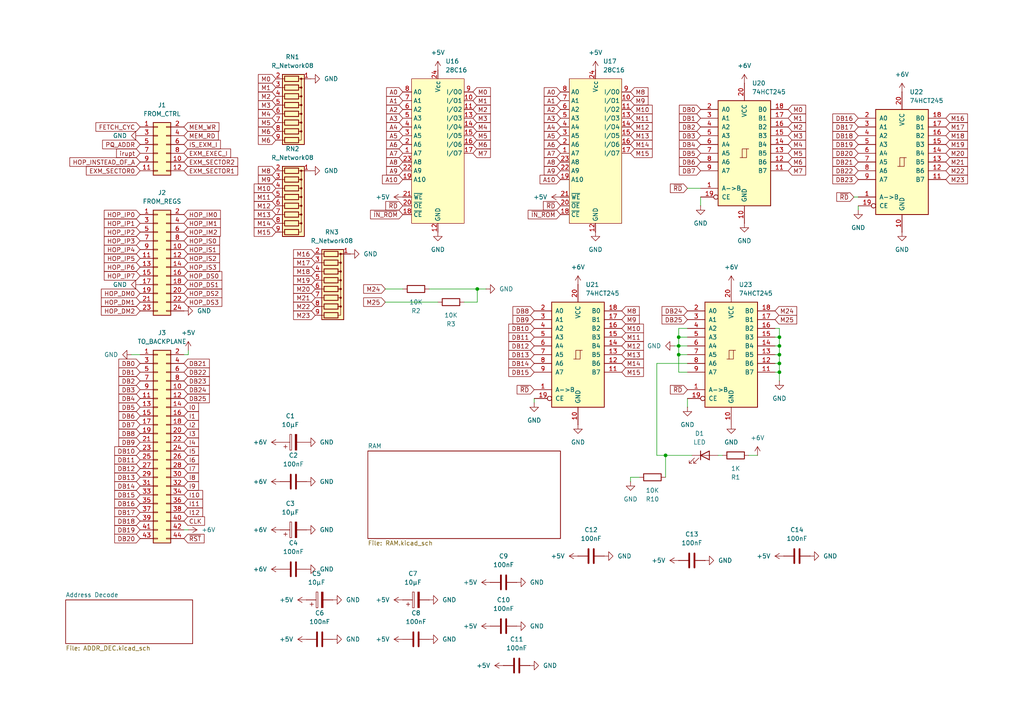
<source format=kicad_sch>
(kicad_sch (version 20250114) (generator "eeschema") (generator_version "9.0")
  (paper "A4")
  (junction (at 196.85 97.79))
  (junction (at 226.06 107.95))
  (junction (at 196.85 100.33))
  (junction (at 196.85 102.87))
  (junction (at 226.06 102.87))
  (junction (at 226.06 97.79))
  (junction (at 138.43 83.82))
  (junction (at 226.06 100.33))
  (junction (at 226.06 105.41))
  (junction (at 193.04 132.08))
  (wire (pts (xy 199.39 115.57) (xy 199.39 118.11)))
  (wire (pts (xy 224.79 97.79) (xy 226.06 97.79)))
  (wire (pts (xy 224.79 102.87) (xy 226.06 102.87)))
  (wire (pts (xy 182.88 139.7) (xy 182.88 138.43)))
  (wire (pts (xy 226.06 100.33) (xy 226.06 102.87)))
  (wire (pts (xy 124.46 83.82) (xy 138.43 83.82)))
  (wire (pts (xy 199.39 107.95) (xy 196.85 107.95)))
  (wire (pts (xy 190.5 105.41) (xy 190.5 132.08)))
  (wire (pts (xy 154.94 115.57) (xy 154.94 116.84)))
  (wire (pts (xy 138.43 83.82) (xy 140.97 83.82)))
  (wire (pts (xy 196.85 97.79) (xy 199.39 97.79)))
  (wire (pts (xy 196.85 102.87) (xy 196.85 100.33)))
  (wire (pts (xy 247.65 57.15) (xy 248.92 57.15)))
  (wire (pts (xy 248.92 59.69) (xy 248.92 60.96)))
  (wire (pts (xy 226.06 97.79) (xy 226.06 100.33)))
  (wire (pts (xy 196.85 100.33) (xy 195.58 100.33)))
  (wire (pts (xy 193.04 132.08) (xy 193.04 138.43)))
  (wire (pts (xy 199.39 95.25) (xy 196.85 95.25)))
  (wire (pts (xy 193.04 132.08) (xy 200.66 132.08)))
  (wire (pts (xy 199.39 105.41) (xy 190.5 105.41)))
  (wire (pts (xy 196.85 95.25) (xy 196.85 97.79)))
  (wire (pts (xy 224.79 107.95) (xy 226.06 107.95)))
  (wire (pts (xy 199.39 102.87) (xy 196.85 102.87)))
  (wire (pts (xy 209.55 132.08) (xy 208.28 132.08)))
  (wire (pts (xy 182.88 138.43) (xy 185.42 138.43)))
  (wire (pts (xy 226.06 102.87) (xy 226.06 105.41)))
  (wire (pts (xy 224.79 95.25) (xy 226.06 95.25)))
  (wire (pts (xy 196.85 107.95) (xy 196.85 102.87)))
  (wire (pts (xy 217.17 132.08) (xy 219.71 132.08)))
  (wire (pts (xy 203.2 57.15) (xy 203.2 59.69)))
  (wire (pts (xy 196.85 100.33) (xy 199.39 100.33)))
  (wire (pts (xy 224.79 100.33) (xy 226.06 100.33)))
  (wire (pts (xy 226.06 107.95) (xy 226.06 110.49)))
  (wire (pts (xy 199.39 54.61) (xy 203.2 54.61)))
  (wire (pts (xy 54.61 102.87) (xy 53.34 102.87)))
  (wire (pts (xy 134.62 87.63) (xy 138.43 87.63)))
  (wire (pts (xy 196.85 97.79) (xy 196.85 100.33)))
  (wire (pts (xy 54.61 101.6) (xy 54.61 102.87)))
  (wire (pts (xy 224.79 105.41) (xy 226.06 105.41)))
  (wire (pts (xy 226.06 105.41) (xy 226.06 107.95)))
  (wire (pts (xy 190.5 132.08) (xy 193.04 132.08)))
  (wire (pts (xy 226.06 95.25) (xy 226.06 97.79)))
  (wire (pts (xy 38.1 102.87) (xy 40.64 102.87)))
  (wire (pts (xy 111.76 83.82) (xy 116.84 83.82)))
  (wire (pts (xy 111.76 87.63) (xy 127 87.63)))
  (wire (pts (xy 138.43 87.63) (xy 138.43 83.82)))
  (wire (pts (xy 53.34 153.67) (xy 54.61 153.67)))
  (global_label "HOP_IP1" (shape input) (at 40.64 64.77 180) (property "Intersheetrefs" "${INTERSHEET_REFS}" (effects (hide yes))))
  (global_label "~{IN_ROM}" (shape input) (at 116.84 62.23 180) (property "Intersheetrefs" "${INTERSHEET_REFS}" (effects (hide yes))))
  (global_label "DB22" (shape input) (at 248.92 49.53 180) (property "Intersheetrefs" "${INTERSHEET_REFS}" (effects (hide yes))))
  (global_label "DB24" (shape input) (at 199.39 90.17 180) (property "Intersheetrefs" "${INTERSHEET_REFS}" (effects (hide yes))))
  (global_label "A6" (shape input) (at 162.56 41.91 180) (property "Intersheetrefs" "${INTERSHEET_REFS}" (effects (hide yes))))
  (global_label "DB1" (shape input) (at 203.2 34.29 180) (property "Intersheetrefs" "${INTERSHEET_REFS}" (effects (hide yes))))
  (global_label "M11" (shape input) (at 182.88 34.29 0) (property "Intersheetrefs" "${INTERSHEET_REFS}" (effects (hide yes))))
  (global_label "DB12" (shape input) (at 154.94 100.33 180) (property "Intersheetrefs" "${INTERSHEET_REFS}" (effects (hide yes))))
  (global_label "M8" (shape input) (at 182.88 26.67 0) (property "Intersheetrefs" "${INTERSHEET_REFS}" (effects (hide yes))))
  (global_label "M15" (shape input) (at 182.88 44.45 0) (property "Intersheetrefs" "${INTERSHEET_REFS}" (effects (hide yes))))
  (global_label "A1" (shape input) (at 162.56 29.21 180) (property "Intersheetrefs" "${INTERSHEET_REFS}" (effects (hide yes))))
  (global_label "MEM_RD" (shape input) (at 53.34 39.37 0) (property "Intersheetrefs" "${INTERSHEET_REFS}" (effects (hide yes))))
  (global_label "M5" (shape input) (at 228.6 44.45 0) (property "Intersheetrefs" "${INTERSHEET_REFS}" (effects (hide yes))))
  (global_label "M13" (shape input) (at 180.34 102.87 0) (property "Intersheetrefs" "${INTERSHEET_REFS}" (effects (hide yes))))
  (global_label "HOP_IM1" (shape input) (at 53.34 64.77 0) (property "Intersheetrefs" "${INTERSHEET_REFS}" (effects (hide yes))))
  (global_label "FETCH_CYC" (shape input) (at 40.64 36.83 180) (property "Intersheetrefs" "${INTERSHEET_REFS}" (effects (hide yes))))
  (global_label "HOP_DS0" (shape input) (at 53.34 80.01 0) (property "Intersheetrefs" "${INTERSHEET_REFS}" (effects (hide yes))))
  (global_label "DB19" (shape input) (at 248.92 41.91 180) (property "Intersheetrefs" "${INTERSHEET_REFS}" (effects (hide yes))))
  (global_label "M13" (shape input) (at 182.88 39.37 0) (property "Intersheetrefs" "${INTERSHEET_REFS}" (effects (hide yes))))
  (global_label "DB7" (shape input) (at 203.2 49.53 180) (property "Intersheetrefs" "${INTERSHEET_REFS}" (effects (hide yes))))
  (global_label "DB3" (shape input) (at 40.64 113.03 180) (property "Intersheetrefs" "${INTERSHEET_REFS}" (effects (hide yes))))
  (global_label "DB8" (shape input) (at 154.94 90.17 180) (property "Intersheetrefs" "${INTERSHEET_REFS}" (effects (hide yes))))
  (global_label "M21" (shape input) (at 91.44 86.36 180) (property "Intersheetrefs" "${INTERSHEET_REFS}" (effects (hide yes))))
  (global_label "A0" (shape input) (at 116.84 26.67 180) (property "Intersheetrefs" "${INTERSHEET_REFS}" (effects (hide yes))))
  (global_label "HOP_IM2" (shape input) (at 53.34 67.31 0) (property "Intersheetrefs" "${INTERSHEET_REFS}" (effects (hide yes))))
  (global_label "DB6" (shape input) (at 203.2 46.99 180) (property "Intersheetrefs" "${INTERSHEET_REFS}" (effects (hide yes))))
  (global_label "M8" (shape input) (at 180.34 90.17 0) (property "Intersheetrefs" "${INTERSHEET_REFS}" (effects (hide yes))))
  (global_label "M15" (shape input) (at 180.34 107.95 0) (property "Intersheetrefs" "${INTERSHEET_REFS}" (effects (hide yes))))
  (global_label "DB15" (shape input) (at 40.64 143.51 180) (property "Intersheetrefs" "${INTERSHEET_REFS}" (effects (hide yes))))
  (global_label "DB0" (shape input) (at 40.64 105.41 180) (property "Intersheetrefs" "${INTERSHEET_REFS}" (effects (hide yes))))
  (global_label "DB16" (shape input) (at 248.92 34.29 180) (property "Intersheetrefs" "${INTERSHEET_REFS}" (effects (hide yes))))
  (global_label "M20" (shape input) (at 91.44 83.82 180) (property "Intersheetrefs" "${INTERSHEET_REFS}" (effects (hide yes))))
  (global_label "I10" (shape input) (at 53.34 143.51 0) (property "Intersheetrefs" "${INTERSHEET_REFS}" (effects (hide yes))))
  (global_label "DB11" (shape input) (at 40.64 133.35 180) (property "Intersheetrefs" "${INTERSHEET_REFS}" (effects (hide yes))))
  (global_label "I0" (shape input) (at 53.34 118.11 0) (property "Intersheetrefs" "${INTERSHEET_REFS}" (effects (hide yes))))
  (global_label "A3" (shape input) (at 116.84 34.29 180) (property "Intersheetrefs" "${INTERSHEET_REFS}" (effects (hide yes))))
  (global_label "EXM_SECTOR2" (shape input) (at 53.34 46.99 0) (property "Intersheetrefs" "${INTERSHEET_REFS}" (effects (hide yes))))
  (global_label "HOP_IP4" (shape input) (at 40.64 72.39 180) (property "Intersheetrefs" "${INTERSHEET_REFS}" (effects (hide yes))))
  (global_label "M5" (shape input) (at 137.16 39.37 0) (property "Intersheetrefs" "${INTERSHEET_REFS}" (effects (hide yes))))
  (global_label "DB2" (shape input) (at 203.2 36.83 180) (property "Intersheetrefs" "${INTERSHEET_REFS}" (effects (hide yes))))
  (global_label "M6" (shape input) (at 228.6 46.99 0) (property "Intersheetrefs" "${INTERSHEET_REFS}" (effects (hide yes))))
  (global_label "M0" (shape input) (at 80.01 22.86 180) (property "Intersheetrefs" "${INTERSHEET_REFS}" (effects (hide yes))))
  (global_label "M8" (shape input) (at 80.01 49.53 180) (property "Intersheetrefs" "${INTERSHEET_REFS}" (effects (hide yes))))
  (global_label "DB9" (shape input) (at 154.94 92.71 180) (property "Intersheetrefs" "${INTERSHEET_REFS}" (effects (hide yes))))
  (global_label "HOP_IP0" (shape input) (at 40.64 62.23 180) (property "Intersheetrefs" "${INTERSHEET_REFS}" (effects (hide yes))))
  (global_label "DB14" (shape input) (at 40.64 140.97 180) (property "Intersheetrefs" "${INTERSHEET_REFS}" (effects (hide yes))))
  (global_label "EXM_SECTOR0" (shape input) (at 40.64 49.53 180) (property "Intersheetrefs" "${INTERSHEET_REFS}" (effects (hide yes))))
  (global_label "HOP_DS2" (shape input) (at 53.34 85.09 0) (property "Intersheetrefs" "${INTERSHEET_REFS}" (effects (hide yes))))
  (global_label "M2" (shape input) (at 80.01 27.94 180) (property "Intersheetrefs" "${INTERSHEET_REFS}" (effects (hide yes))))
  (global_label "DB25" (shape input) (at 199.39 92.71 180) (property "Intersheetrefs" "${INTERSHEET_REFS}" (effects (hide yes))))
  (global_label "DB22" (shape input) (at 53.34 107.95 0) (property "Intersheetrefs" "${INTERSHEET_REFS}" (effects (hide yes))))
  (global_label "A10" (shape input) (at 162.56 52.07 180) (property "Intersheetrefs" "${INTERSHEET_REFS}" (effects (hide yes))))
  (global_label "DB10" (shape input) (at 154.94 95.25 180) (property "Intersheetrefs" "${INTERSHEET_REFS}" (effects (hide yes))))
  (global_label "M1" (shape input) (at 228.6 34.29 0) (property "Intersheetrefs" "${INTERSHEET_REFS}" (effects (hide yes))))
  (global_label "A7" (shape input) (at 162.56 44.45 180) (property "Intersheetrefs" "${INTERSHEET_REFS}" (effects (hide yes))))
  (global_label "M0" (shape input) (at 228.6 31.75 0) (property "Intersheetrefs" "${INTERSHEET_REFS}" (effects (hide yes))))
  (global_label "HOP_IM0" (shape input) (at 53.34 62.23 0) (property "Intersheetrefs" "${INTERSHEET_REFS}" (effects (hide yes))))
  (global_label "A5" (shape input) (at 162.56 39.37 180) (property "Intersheetrefs" "${INTERSHEET_REFS}" (effects (hide yes))))
  (global_label "I5" (shape input) (at 53.34 130.81 0) (property "Intersheetrefs" "${INTERSHEET_REFS}" (effects (hide yes))))
  (global_label "A9" (shape input) (at 116.84 49.53 180) (property "Intersheetrefs" "${INTERSHEET_REFS}" (effects (hide yes))))
  (global_label "M12" (shape input) (at 180.34 100.33 0) (property "Intersheetrefs" "${INTERSHEET_REFS}" (effects (hide yes))))
  (global_label "DB18" (shape input) (at 248.92 39.37 180) (property "Intersheetrefs" "${INTERSHEET_REFS}" (effects (hide yes))))
  (global_label "A0" (shape input) (at 162.56 26.67 180) (property "Intersheetrefs" "${INTERSHEET_REFS}" (effects (hide yes))))
  (global_label "M4" (shape input) (at 80.01 33.02 180) (property "Intersheetrefs" "${INTERSHEET_REFS}" (effects (hide yes))))
  (global_label "M6" (shape input) (at 80.01 40.64 180) (property "Intersheetrefs" "${INTERSHEET_REFS}" (effects (hide yes))))
  (global_label "M10" (shape input) (at 180.34 95.25 0) (property "Intersheetrefs" "${INTERSHEET_REFS}" (effects (hide yes))))
  (global_label "M16" (shape input) (at 91.44 73.66 180) (property "Intersheetrefs" "${INTERSHEET_REFS}" (effects (hide yes))))
  (global_label "DB11" (shape input) (at 154.94 97.79 180) (property "Intersheetrefs" "${INTERSHEET_REFS}" (effects (hide yes))))
  (global_label "M23" (shape input) (at 91.44 91.44 180) (property "Intersheetrefs" "${INTERSHEET_REFS}" (effects (hide yes))))
  (global_label "~{RST}" (shape input) (at 53.34 156.21 0) (property "Intersheetrefs" "${INTERSHEET_REFS}" (effects (hide yes))))
  (global_label "I7" (shape input) (at 53.34 135.89 0) (property "Intersheetrefs" "${INTERSHEET_REFS}" (effects (hide yes))))
  (global_label "EXM_EXEC_I" (shape input) (at 53.34 44.45 0) (property "Intersheetrefs" "${INTERSHEET_REFS}" (effects (hide yes))))
  (global_label "HOP_IS2" (shape input) (at 53.34 74.93 0) (property "Intersheetrefs" "${INTERSHEET_REFS}" (effects (hide yes))))
  (global_label "DB23" (shape input) (at 248.92 52.07 180) (property "Intersheetrefs" "${INTERSHEET_REFS}" (effects (hide yes))))
  (global_label "HOP_DM2" (shape input) (at 40.64 90.17 180) (property "Intersheetrefs" "${INTERSHEET_REFS}" (effects (hide yes))))
  (global_label "A1" (shape input) (at 116.84 29.21 180) (property "Intersheetrefs" "${INTERSHEET_REFS}" (effects (hide yes))))
  (global_label "M23" (shape input) (at 274.32 52.07 0) (property "Intersheetrefs" "${INTERSHEET_REFS}" (effects (hide yes))))
  (global_label "HOP_DS3" (shape input) (at 53.34 87.63 0) (property "Intersheetrefs" "${INTERSHEET_REFS}" (effects (hide yes))))
  (global_label "DB5" (shape input) (at 40.64 118.11 180) (property "Intersheetrefs" "${INTERSHEET_REFS}" (effects (hide yes))))
  (global_label "~{RD}" (shape input) (at 247.65 57.15 180) (property "Intersheetrefs" "${INTERSHEET_REFS}" (effects (hide yes))))
  (global_label "I6" (shape input) (at 53.34 133.35 0) (property "Intersheetrefs" "${INTERSHEET_REFS}" (effects (hide yes))))
  (global_label "A8" (shape input) (at 162.56 46.99 180) (property "Intersheetrefs" "${INTERSHEET_REFS}" (effects (hide yes))))
  (global_label "A5" (shape input) (at 116.84 39.37 180) (property "Intersheetrefs" "${INTERSHEET_REFS}" (effects (hide yes))))
  (global_label "DB15" (shape input) (at 154.94 107.95 180) (property "Intersheetrefs" "${INTERSHEET_REFS}" (effects (hide yes))))
  (global_label "M9" (shape input) (at 182.88 29.21 0) (property "Intersheetrefs" "${INTERSHEET_REFS}" (effects (hide yes))))
  (global_label "A8" (shape input) (at 116.84 46.99 180) (property "Intersheetrefs" "${INTERSHEET_REFS}" (effects (hide yes))))
  (global_label "M9" (shape input) (at 180.34 92.71 0) (property "Intersheetrefs" "${INTERSHEET_REFS}" (effects (hide yes))))
  (global_label "M3" (shape input) (at 137.16 34.29 0) (property "Intersheetrefs" "${INTERSHEET_REFS}" (effects (hide yes))))
  (global_label "I9" (shape input) (at 53.34 140.97 0) (property "Intersheetrefs" "${INTERSHEET_REFS}" (effects (hide yes))))
  (global_label "HOP_DM1" (shape input) (at 40.64 87.63 180) (property "Intersheetrefs" "${INTERSHEET_REFS}" (effects (hide yes))))
  (global_label "M0" (shape input) (at 137.16 26.67 0) (property "Intersheetrefs" "${INTERSHEET_REFS}" (effects (hide yes))))
  (global_label "DB18" (shape input) (at 40.64 151.13 180) (property "Intersheetrefs" "${INTERSHEET_REFS}" (effects (hide yes))))
  (global_label "DB13" (shape input) (at 40.64 138.43 180) (property "Intersheetrefs" "${INTERSHEET_REFS}" (effects (hide yes))))
  (global_label "DB23" (shape input) (at 53.34 110.49 0) (property "Intersheetrefs" "${INTERSHEET_REFS}" (effects (hide yes))))
  (global_label "HOP_IS3" (shape input) (at 53.34 77.47 0) (property "Intersheetrefs" "${INTERSHEET_REFS}" (effects (hide yes))))
  (global_label "~{RD}" (shape input) (at 162.56 59.69 180) (property "Intersheetrefs" "${INTERSHEET_REFS}" (effects (hide yes))))
  (global_label "DB3" (shape input) (at 203.2 39.37 180) (property "Intersheetrefs" "${INTERSHEET_REFS}" (effects (hide yes))))
  (global_label "M14" (shape input) (at 80.01 64.77 180) (property "Intersheetrefs" "${INTERSHEET_REFS}" (effects (hide yes))))
  (global_label "DB2" (shape input) (at 40.64 110.49 180) (property "Intersheetrefs" "${INTERSHEET_REFS}" (effects (hide yes))))
  (global_label "I2" (shape input) (at 53.34 123.19 0) (property "Intersheetrefs" "${INTERSHEET_REFS}" (effects (hide yes))))
  (global_label "I4" (shape input) (at 53.34 128.27 0) (property "Intersheetrefs" "${INTERSHEET_REFS}" (effects (hide yes))))
  (global_label "DB0" (shape input) (at 203.2 31.75 180) (property "Intersheetrefs" "${INTERSHEET_REFS}" (effects (hide yes))))
  (global_label "M22" (shape input) (at 91.44 88.9 180) (property "Intersheetrefs" "${INTERSHEET_REFS}" (effects (hide yes))))
  (global_label "A10" (shape input) (at 116.84 52.07 180) (property "Intersheetrefs" "${INTERSHEET_REFS}" (effects (hide yes))))
  (global_label "M2" (shape input) (at 137.16 31.75 0) (property "Intersheetrefs" "${INTERSHEET_REFS}" (effects (hide yes))))
  (global_label "M1" (shape input) (at 80.01 25.4 180) (property "Intersheetrefs" "${INTERSHEET_REFS}" (effects (hide yes))))
  (global_label "DB6" (shape input) (at 40.64 120.65 180) (property "Intersheetrefs" "${INTERSHEET_REFS}" (effects (hide yes))))
  (global_label "M9" (shape input) (at 80.01 52.07 180) (property "Intersheetrefs" "${INTERSHEET_REFS}" (effects (hide yes))))
  (global_label "DB14" (shape input) (at 154.94 105.41 180) (property "Intersheetrefs" "${INTERSHEET_REFS}" (effects (hide yes))))
  (global_label "DB12" (shape input) (at 40.64 135.89 180) (property "Intersheetrefs" "${INTERSHEET_REFS}" (effects (hide yes))))
  (global_label "M14" (shape input) (at 182.88 41.91 0) (property "Intersheetrefs" "${INTERSHEET_REFS}" (effects (hide yes))))
  (global_label "DB19" (shape input) (at 40.64 153.67 180) (property "Intersheetrefs" "${INTERSHEET_REFS}" (effects (hide yes))))
  (global_label "HOP_DS1" (shape input) (at 53.34 82.55 0) (property "Intersheetrefs" "${INTERSHEET_REFS}" (effects (hide yes))))
  (global_label "A2" (shape input) (at 162.56 31.75 180) (property "Intersheetrefs" "${INTERSHEET_REFS}" (effects (hide yes))))
  (global_label "M7" (shape input) (at 137.16 44.45 0) (property "Intersheetrefs" "${INTERSHEET_REFS}" (effects (hide yes))))
  (global_label "A2" (shape input) (at 116.84 31.75 180) (property "Intersheetrefs" "${INTERSHEET_REFS}" (effects (hide yes))))
  (global_label "EXM_SECTOR1" (shape input) (at 53.34 49.53 0) (property "Intersheetrefs" "${INTERSHEET_REFS}" (effects (hide yes))))
  (global_label "M25" (shape input) (at 111.76 87.63 180) (property "Intersheetrefs" "${INTERSHEET_REFS}" (effects (hide yes))))
  (global_label "DB21" (shape input) (at 248.92 46.99 180) (property "Intersheetrefs" "${INTERSHEET_REFS}" (effects (hide yes))))
  (global_label "M3" (shape input) (at 228.6 39.37 0) (property "Intersheetrefs" "${INTERSHEET_REFS}" (effects (hide yes))))
  (global_label "M21" (shape input) (at 274.32 46.99 0) (property "Intersheetrefs" "${INTERSHEET_REFS}" (effects (hide yes))))
  (global_label "~{RD}" (shape input) (at 199.39 113.03 180) (property "Intersheetrefs" "${INTERSHEET_REFS}" (effects (hide yes))))
  (global_label "M17" (shape input) (at 91.44 76.2 180) (property "Intersheetrefs" "${INTERSHEET_REFS}" (effects (hide yes))))
  (global_label "CLK" (shape input) (at 53.34 151.13 0) (property "Intersheetrefs" "${INTERSHEET_REFS}" (effects (hide yes))))
  (global_label "M10" (shape input) (at 182.88 31.75 0) (property "Intersheetrefs" "${INTERSHEET_REFS}" (effects (hide yes))))
  (global_label "DB4" (shape input) (at 203.2 41.91 180) (property "Intersheetrefs" "${INTERSHEET_REFS}" (effects (hide yes))))
  (global_label "DB4" (shape input) (at 40.64 115.57 180) (property "Intersheetrefs" "${INTERSHEET_REFS}" (effects (hide yes))))
  (global_label "DB16" (shape input) (at 40.64 146.05 180) (property "Intersheetrefs" "${INTERSHEET_REFS}" (effects (hide yes))))
  (global_label "DB20" (shape input) (at 248.92 44.45 180) (property "Intersheetrefs" "${INTERSHEET_REFS}" (effects (hide yes))))
  (global_label "A4" (shape input) (at 116.84 36.83 180) (property "Intersheetrefs" "${INTERSHEET_REFS}" (effects (hide yes))))
  (global_label "M24" (shape input) (at 224.79 90.17 0) (property "Intersheetrefs" "${INTERSHEET_REFS}" (effects (hide yes))))
  (global_label "I11" (shape input) (at 53.34 146.05 0) (property "Intersheetrefs" "${INTERSHEET_REFS}" (effects (hide yes))))
  (global_label "~{IN_ROM}" (shape input) (at 162.56 62.23 180) (property "Intersheetrefs" "${INTERSHEET_REFS}" (effects (hide yes))))
  (global_label "I3" (shape input) (at 53.34 125.73 0) (property "Intersheetrefs" "${INTERSHEET_REFS}" (effects (hide yes))))
  (global_label "A9" (shape input) (at 162.56 49.53 180) (property "Intersheetrefs" "${INTERSHEET_REFS}" (effects (hide yes))))
  (global_label "M6" (shape input) (at 137.16 41.91 0) (property "Intersheetrefs" "${INTERSHEET_REFS}" (effects (hide yes))))
  (global_label "M10" (shape input) (at 80.01 54.61 180) (property "Intersheetrefs" "${INTERSHEET_REFS}" (effects (hide yes))))
  (global_label "HOP_IS1" (shape input) (at 53.34 72.39 0) (property "Intersheetrefs" "${INTERSHEET_REFS}" (effects (hide yes))))
  (global_label "DB9" (shape input) (at 40.64 128.27 180) (property "Intersheetrefs" "${INTERSHEET_REFS}" (effects (hide yes))))
  (global_label "M15" (shape input) (at 80.01 67.31 180) (property "Intersheetrefs" "${INTERSHEET_REFS}" (effects (hide yes))))
  (global_label "A6" (shape input) (at 116.84 41.91 180) (property "Intersheetrefs" "${INTERSHEET_REFS}" (effects (hide yes))))
  (global_label "irupt" (shape input) (at 40.64 44.45 180) (property "Intersheetrefs" "${INTERSHEET_REFS}" (effects (hide yes))))
  (global_label "HOP_IP6" (shape input) (at 40.64 77.47 180) (property "Intersheetrefs" "${INTERSHEET_REFS}" (effects (hide yes))))
  (global_label "M16" (shape input) (at 274.32 34.29 0) (property "Intersheetrefs" "${INTERSHEET_REFS}" (effects (hide yes))))
  (global_label "HOP_IP3" (shape input) (at 40.64 69.85 180) (property "Intersheetrefs" "${INTERSHEET_REFS}" (effects (hide yes))))
  (global_label "DB17" (shape input) (at 40.64 148.59 180) (property "Intersheetrefs" "${INTERSHEET_REFS}" (effects (hide yes))))
  (global_label "M18" (shape input) (at 91.44 78.74 180) (property "Intersheetrefs" "${INTERSHEET_REFS}" (effects (hide yes))))
  (global_label "M4" (shape input) (at 228.6 41.91 0) (property "Intersheetrefs" "${INTERSHEET_REFS}" (effects (hide yes))))
  (global_label "HOP_IP2" (shape input) (at 40.64 67.31 180) (property "Intersheetrefs" "${INTERSHEET_REFS}" (effects (hide yes))))
  (global_label "DB20" (shape input) (at 40.64 156.21 180) (property "Intersheetrefs" "${INTERSHEET_REFS}" (effects (hide yes))))
  (global_label "M12" (shape input) (at 80.01 59.69 180) (property "Intersheetrefs" "${INTERSHEET_REFS}" (effects (hide yes))))
  (global_label "PQ_ADDR" (shape input) (at 40.64 41.91 180) (property "Intersheetrefs" "${INTERSHEET_REFS}" (effects (hide yes))))
  (global_label "M24" (shape input) (at 111.76 83.82 180) (property "Intersheetrefs" "${INTERSHEET_REFS}" (effects (hide yes))))
  (global_label "MEM_WR" (shape input) (at 53.34 36.83 0) (property "Intersheetrefs" "${INTERSHEET_REFS}" (effects (hide yes))))
  (global_label "M12" (shape input) (at 182.88 36.83 0) (property "Intersheetrefs" "${INTERSHEET_REFS}" (effects (hide yes))))
  (global_label "M25" (shape input) (at 224.79 92.71 0) (property "Intersheetrefs" "${INTERSHEET_REFS}" (effects (hide yes))))
  (global_label "DB24" (shape input) (at 53.34 113.03 0) (property "Intersheetrefs" "${INTERSHEET_REFS}" (effects (hide yes))))
  (global_label "M1" (shape input) (at 137.16 29.21 0) (property "Intersheetrefs" "${INTERSHEET_REFS}" (effects (hide yes))))
  (global_label "M17" (shape input) (at 274.32 36.83 0) (property "Intersheetrefs" "${INTERSHEET_REFS}" (effects (hide yes))))
  (global_label "M4" (shape input) (at 137.16 36.83 0) (property "Intersheetrefs" "${INTERSHEET_REFS}" (effects (hide yes))))
  (global_label "M3" (shape input) (at 80.01 30.48 180) (property "Intersheetrefs" "${INTERSHEET_REFS}" (effects (hide yes))))
  (global_label "M22" (shape input) (at 274.32 49.53 0) (property "Intersheetrefs" "${INTERSHEET_REFS}" (effects (hide yes))))
  (global_label "M5" (shape input) (at 80.01 35.56 180) (property "Intersheetrefs" "${INTERSHEET_REFS}" (effects (hide yes))))
  (global_label "DB25" (shape input) (at 53.34 115.57 0) (property "Intersheetrefs" "${INTERSHEET_REFS}" (effects (hide yes))))
  (global_label "IS_EXM_I" (shape input) (at 53.34 41.91 0) (property "Intersheetrefs" "${INTERSHEET_REFS}" (effects (hide yes))))
  (global_label "HOP_IP7" (shape input) (at 40.64 80.01 180) (property "Intersheetrefs" "${INTERSHEET_REFS}" (effects (hide yes))))
  (global_label "DB21" (shape input) (at 53.34 105.41 0) (property "Intersheetrefs" "${INTERSHEET_REFS}" (effects (hide yes))))
  (global_label "HOP_DM0" (shape input) (at 40.64 85.09 180) (property "Intersheetrefs" "${INTERSHEET_REFS}" (effects (hide yes))))
  (global_label "M7" (shape input) (at 228.6 49.53 0) (property "Intersheetrefs" "${INTERSHEET_REFS}" (effects (hide yes))))
  (global_label "M2" (shape input) (at 228.6 36.83 0) (property "Intersheetrefs" "${INTERSHEET_REFS}" (effects (hide yes))))
  (global_label "M11" (shape input) (at 180.34 97.79 0) (property "Intersheetrefs" "${INTERSHEET_REFS}" (effects (hide yes))))
  (global_label "A7" (shape input) (at 116.84 44.45 180) (property "Intersheetrefs" "${INTERSHEET_REFS}" (effects (hide yes))))
  (global_label "~{RD}" (shape input) (at 154.94 113.03 180) (property "Intersheetrefs" "${INTERSHEET_REFS}" (effects (hide yes))))
  (global_label "HOP_INSTEAD_OF_A" (shape input) (at 40.64 46.99 180) (property "Intersheetrefs" "${INTERSHEET_REFS}" (effects (hide yes))))
  (global_label "DB8" (shape input) (at 40.64 125.73 180) (property "Intersheetrefs" "${INTERSHEET_REFS}" (effects (hide yes))))
  (global_label "I1" (shape input) (at 53.34 120.65 0) (property "Intersheetrefs" "${INTERSHEET_REFS}" (effects (hide yes))))
  (global_label "DB7" (shape input) (at 40.64 123.19 180) (property "Intersheetrefs" "${INTERSHEET_REFS}" (effects (hide yes))))
  (global_label "M19" (shape input) (at 91.44 81.28 180) (property "Intersheetrefs" "${INTERSHEET_REFS}" (effects (hide yes))))
  (global_label "M19" (shape input) (at 274.32 41.91 0) (property "Intersheetrefs" "${INTERSHEET_REFS}" (effects (hide yes))))
  (global_label "DB17" (shape input) (at 248.92 36.83 180) (property "Intersheetrefs" "${INTERSHEET_REFS}" (effects (hide yes))))
  (global_label "M11" (shape input) (at 80.01 57.15 180) (property "Intersheetrefs" "${INTERSHEET_REFS}" (effects (hide yes))))
  (global_label "DB5" (shape input) (at 203.2 44.45 180) (property "Intersheetrefs" "${INTERSHEET_REFS}" (effects (hide yes))))
  (global_label "~{RD}" (shape input) (at 199.39 54.61 180) (property "Intersheetrefs" "${INTERSHEET_REFS}" (effects (hide yes))))
  (global_label "DB13" (shape input) (at 154.94 102.87 180) (property "Intersheetrefs" "${INTERSHEET_REFS}" (effects (hide yes))))
  (global_label "HOP_IP5" (shape input) (at 40.64 74.93 180) (property "Intersheetrefs" "${INTERSHEET_REFS}" (effects (hide yes))))
  (global_label "A4" (shape input) (at 162.56 36.83 180) (property "Intersheetrefs" "${INTERSHEET_REFS}" (effects (hide yes))))
  (global_label "I8" (shape input) (at 53.34 138.43 0) (property "Intersheetrefs" "${INTERSHEET_REFS}" (effects (hide yes))))
  (global_label "I12" (shape input) (at 53.34 148.59 0) (property "Intersheetrefs" "${INTERSHEET_REFS}" (effects (hide yes))))
  (global_label "M18" (shape input) (at 274.32 39.37 0) (property "Intersheetrefs" "${INTERSHEET_REFS}" (effects (hide yes))))
  (global_label "M14" (shape input) (at 180.34 105.41 0) (property "Intersheetrefs" "${INTERSHEET_REFS}" (effects (hide yes))))
  (global_label "HOP_IS0" (shape input) (at 53.34 69.85 0) (property "Intersheetrefs" "${INTERSHEET_REFS}" (effects (hide yes))))
  (global_label "DB1" (shape input) (at 40.64 107.95 180) (property "Intersheetrefs" "${INTERSHEET_REFS}" (effects (hide yes))))
  (global_label "A3" (shape input) (at 162.56 34.29 180) (property "Intersheetrefs" "${INTERSHEET_REFS}" (effects (hide yes))))
  (global_label "DB10" (shape input) (at 40.64 130.81 180) (property "Intersheetrefs" "${INTERSHEET_REFS}" (effects (hide yes))))
  (global_label "M20" (shape input) (at 274.32 44.45 0) (property "Intersheetrefs" "${INTERSHEET_REFS}" (effects (hide yes))))
  (global_label "M6" (shape input) (at 80.01 38.1 180) (property "Intersheetrefs" "${INTERSHEET_REFS}" (effects (hide yes))))
  (global_label "~{RD}" (shape input) (at 116.84 59.69 180) (property "Intersheetrefs" "${INTERSHEET_REFS}" (effects (hide yes))))
  (global_label "M13" (shape input) (at 80.01 62.23 180) (property "Intersheetrefs" "${INTERSHEET_REFS}" (effects (hide yes))))
  (symbol (lib_id "power:GND") (at 199.39 118.11 0) (unit 1)
    (property "Reference" "#PWR088" (effects (hide yes)))
    (property "Value" "GND" (at 199.39 123.19 0))
    (property "Description" "Power symbol creates a global label with name \"GND\" , ground" (effects (hide yes)))
  )
  (symbol (lib_id "power:GND") (at 248.92 60.96 0) (unit 1)
    (property "Reference" "#PWR066" (effects (hide yes)))
    (property "Value" "GND" (at 248.92 66.04 0))
    (property "Description" "Power symbol creates a global label with name \"GND\" , ground" (effects (hide yes)))
  )
  (symbol (lib_id "TholinsStuff:28C16") (at 127 19.05 0) (unit 1)
    (property "Reference" "U16" (at 129.1941 17.78 0) (effects (justify left)))
    (property "Value" "28C16" (at 129.1941 20.32 0) (effects (justify left)))
    (property "Footprint" "Package_DIP:DIP-24_W15.24mm" (effects (hide yes)))
    (property "Description" "EEPROM 2KiB" (effects (hide yes)))
    (property "VerilogCode" "mem_28C16 U16(`A, nWE, nOE, nCE, `I_O);" (effects (hide yes)))
  )
  (symbol (lib_id "power:GND") (at 172.72 67.31 0) (unit 1)
    (property "Reference" "#PWR050" (effects (hide yes)))
    (property "Value" "GND" (at 172.72 72.39 0))
    (property "Description" "Power symbol creates a global label with name \"GND\" , ground" (effects (hide yes)))
  )
  (symbol (lib_id "Connector_Generic:Conn_02x22_Odd_Even") (at 45.72 128.27 0) (unit 1)
    (property "Reference" "J3" (at 46.99 96.52 0))
    (property "Value" "TO_BACKPLANE" (at 46.99 99.06 0))
    (property "Footprint" "Connector_PinHeader_2.54mm:PinHeader_2x22_P2.54mm_Vertical" (effects (hide yes)))
    (property "Description" "Generic connector, double row, 02x22, odd/even pin numbering scheme (row 1 odd numbers, row 2 even numbers), script generated (kicad-library-utils/schlib/autogen/connector/)" (effects (hide yes)))
    (property "VerilogModulePort" "3, 4, 5, 6, 7, 8, 9, 10, 11, 12, 13, 14, 15, 16, 17, 18, 19, 20, 21, 22, 23, 24, 25, 26, 27, 28, 29, 30, 31, 32, 33, 34, 35, 36, 37, 38, 39, 40, 41, 43, 44" (effects (hide yes)))
  )
  (symbol (lib_id "Device:LED") (at 204.47 132.08 0) (unit 1)
    (property "Reference" "D1" (at 202.8825 125.73 0))
    (property "Value" "LED" (at 202.8825 128.27 0))
    (property "Footprint" "LED_SMD:LED_1206_3216Metric_Pad1.42x1.75mm_HandSolder" (effects (hide yes)))
  )
  (symbol (lib_id "power:+6V") (at 81.28 139.7 90) (unit 1)
    (property "Reference" "#PWR067" (effects (hide yes)))
    (property "Value" "+6V" (at 77.47 139.6999 90) (effects (justify left)))
    (property "Description" "Power symbol creates a global label with name \"+6V\"" (effects (hide yes)))
  )
  (symbol (lib_id "power:+6V") (at 54.61 153.67 270) (unit 1)
    (property "Reference" "#PWR05" (effects (hide yes)))
    (property "Value" "+6V" (at 58.42 153.6699 90) (effects (justify left)))
    (property "Description" "Power symbol creates a global label with name \"+6V\"" (effects (hide yes)))
  )
  (symbol (lib_id "power:GND") (at 90.17 49.53 90) (unit 1)
    (property "Reference" "#PWR071" (effects (hide yes)))
    (property "Value" "GND" (at 93.98 49.5299 90) (effects (justify right)))
    (property "Description" "Power symbol creates a global label with name \"GND\" , ground" (effects (hide yes)))
  )
  (symbol (lib_id "power:GND") (at 195.58 100.33 270) (unit 1)
    (property "Reference" "#PWR063" (effects (hide yes)))
    (property "Value" "GND" (at 191.77 100.3299 90) (effects (justify right)))
    (property "Description" "Power symbol creates a global label with name \"GND\" , ground" (effects (hide yes)))
  )
  (symbol (lib_id "power:GND") (at 90.17 22.86 90) (unit 1)
    (property "Reference" "#PWR070" (effects (hide yes)))
    (property "Value" "GND" (at 93.98 22.8599 90) (effects (justify right)))
    (property "Description" "Power symbol creates a global label with name \"GND\" , ground" (effects (hide yes)))
  )
  (symbol (lib_id "power:GND") (at 167.64 123.19 0) (unit 1)
    (property "Reference" "#PWR086" (effects (hide yes)))
    (property "Value" "GND" (at 167.64 128.27 0))
    (property "Description" "Power symbol creates a global label with name \"GND\" , ground" (effects (hide yes)))
  )
  (symbol (lib_id "power:+5V") (at 227.33 161.29 90) (unit 1)
    (property "Reference" "#PWR0114" (effects (hide yes)))
    (property "Value" "+5V" (at 223.52 161.2899 90) (effects (justify left)))
    (property "Description" "Power symbol creates a global label with name \"+5V\"" (effects (hide yes)))
  )
  (symbol (lib_id "power:+5V") (at 162.56 57.15 90) (unit 1)
    (property "Reference" "#PWR052" (effects (hide yes)))
    (property "Value" "+5V" (at 158.75 57.1499 90) (effects (justify left)))
    (property "Description" "Power symbol creates a global label with name \"+5V\"" (effects (hide yes)))
  )
  (symbol (lib_id "power:+5V") (at 116.84 57.15 90) (unit 1)
    (property "Reference" "#PWR051" (effects (hide yes)))
    (property "Value" "+5V" (at 113.03 57.1499 90) (effects (justify left)))
    (property "Description" "Power symbol creates a global label with name \"+5V\"" (effects (hide yes)))
  )
  (symbol (lib_id "power:GND") (at 149.86 168.91 90) (unit 1)
    (property "Reference" "#PWR0105" (effects (hide yes)))
    (property "Value" "GND" (at 153.67 168.9099 90) (effects (justify right)))
    (property "Description" "Power symbol creates a global label with name \"GND\" , ground" (effects (hide yes)))
  )
  (symbol (lib_id "74xx:74HC245") (at 167.64 102.87 0) (unit 1)
    (property "Reference" "U21" (at 169.8341 82.55 0) (effects (justify left)))
    (property "Value" "74HCT245" (at 169.8341 85.09 0) (effects (justify left)))
    (property "Footprint" "Package_SO:SO-20_12.8x7.5mm_P1.27mm" (effects (hide yes)))
    (property "Datasheet" "http://www.ti.com/lit/gpn/sn74HC245" (effects (hide yes)))
    (property "Description" "Octal BUS Transceivers, 3-State outputs" (effects (hide yes)))
    (property "VerilogCode" "ttl_74hct245 U21(`A, `B, CE, A_x3eB);" (effects (hide yes)))
  )
  (symbol (lib_id "Connector_Generic:Conn_02x12_Odd_Even") (at 45.72 74.93 0) (unit 1)
    (property "Reference" "J2" (at 46.99 55.88 0))
    (property "Value" "FROM_REGS" (at 46.99 58.42 0))
    (property "Footprint" "Connector_PinHeader_2.54mm:PinHeader_2x12_P2.54mm_Vertical" (effects (hide yes)))
    (property "Description" "Generic connector, double row, 02x12, odd/even pin numbering scheme (row 1 odd numbers, row 2 even numbers), script generated (kicad-library-utils/schlib/autogen/connector/)" (effects (hide yes)))
    (property "VerilogModulePort" "1, 2, 3, 4, 5, 6, 7, 8, 9, 10, 11, 12, 13, 14, 15, 16, 18, 19, 20, 21, 22, 23" (effects (hide yes)))
  )
  (symbol (lib_id "power:GND") (at 154.94 116.84 0) (unit 1)
    (property "Reference" "#PWR087" (effects (hide yes)))
    (property "Value" "GND" (at 154.94 121.92 0))
    (property "Description" "Power symbol creates a global label with name \"GND\" , ground" (effects (hide yes)))
  )
  (symbol (lib_id "TholinsStuff:28C16") (at 172.72 19.05 0) (unit 1)
    (property "Reference" "U17" (at 174.9141 17.78 0) (effects (justify left)))
    (property "Value" "28C16" (at 174.9141 20.32 0) (effects (justify left)))
    (property "Footprint" "Package_DIP:DIP-24_W15.24mm" (effects (hide yes)))
    (property "Description" "EEPROM 2KiB" (effects (hide yes)))
    (property "VerilogCode" "mem_28C16 U17(`A, nWE, nOE, nCE, `I_O);" (effects (hide yes)))
  )
  (symbol (lib_id "Device:R") (at 130.81 87.63 270) (unit 1)
    (property "Reference" "R3" (at 130.81 93.98 90))
    (property "Value" "10K" (at 130.81 91.44 90))
    (property "Footprint" "Resistor_SMD:R_1206_3216Metric_Pad1.30x1.75mm_HandSolder" (effects (hide yes)))
    (property "VerilogCode" "assign _1 = _2;" (effects (hide yes)))
  )
  (symbol (lib_id "Device:C_Polarized") (at 92.71 173.99 90) (unit 1)
    (property "Reference" "C5" (at 91.821 166.37 90))
    (property "Value" "10µF" (at 91.821 168.91 90))
    (property "Footprint" "Capacitor_THT:CP_Radial_D4.0mm_P2.00mm" (effects (hide yes)))
    (property "Description" "Polarized capacitor" (effects (hide yes)))
  )
  (symbol (lib_id "power:+5V") (at 172.72 20.32 0) (unit 1)
    (property "Reference" "#PWR048" (effects (hide yes)))
    (property "Value" "+5V" (at 172.72 15.24 0))
    (property "Description" "Power symbol creates a global label with name \"+5V\"" (effects (hide yes)))
  )
  (symbol (lib_id "power:+6V") (at 212.09 82.55 0) (unit 1)
    (property "Reference" "#PWR059" (effects (hide yes)))
    (property "Value" "+6V" (at 212.09 77.47 0))
    (property "Description" "Power symbol creates a global label with name \"+6V\"" (effects (hide yes)))
  )
  (symbol (lib_id "power:GND") (at 88.9 139.7 90) (unit 1)
    (property "Reference" "#PWR069" (effects (hide yes)))
    (property "Value" "GND" (at 92.71 139.6999 90) (effects (justify right)))
    (property "Description" "Power symbol creates a global label with name \"GND\" , ground" (effects (hide yes)))
  )
  (symbol (lib_id "power:+6V") (at 81.28 153.67 90) (unit 1)
    (property "Reference" "#PWR092" (effects (hide yes)))
    (property "Value" "+6V" (at 77.47 153.6699 90) (effects (justify left)))
    (property "Description" "Power symbol creates a global label with name \"+6V\"" (effects (hide yes)))
  )
  (symbol (lib_id "power:GND") (at 124.46 185.42 90) (unit 1)
    (property "Reference" "#PWR0103" (effects (hide yes)))
    (property "Value" "GND" (at 128.27 185.4199 90) (effects (justify right)))
    (property "Description" "Power symbol creates a global label with name \"GND\" , ground" (effects (hide yes)))
  )
  (symbol (lib_id "power:GND") (at 182.88 139.7 0) (unit 1)
    (property "Reference" "#PWR090" (effects (hide yes)))
    (property "Value" "GND" (at 182.88 144.78 0))
    (property "Description" "Power symbol creates a global label with name \"GND\" , ground" (effects (hide yes)))
  )
  (symbol (lib_id "Device:C") (at 85.09 165.1 90) (unit 1)
    (property "Reference" "C4" (at 85.09 157.48 90))
    (property "Value" "100nF" (at 85.09 160.02 90))
    (property "Footprint" "Capacitor_SMD:C_0805_2012Metric_Pad1.18x1.45mm_HandSolder" (effects (hide yes)))
  )
  (symbol (lib_id "Device:C_Polarized") (at 85.09 153.67 90) (unit 1)
    (property "Reference" "C3" (at 84.201 146.05 90))
    (property "Value" "10µF" (at 84.201 148.59 90))
    (property "Footprint" "Capacitor_THT:CP_Radial_D4.0mm_P2.00mm" (effects (hide yes)))
    (property "Description" "Polarized capacitor" (effects (hide yes)))
  )
  (symbol (lib_id "power:+5V") (at 142.24 168.91 90) (unit 1)
    (property "Reference" "#PWR0104" (effects (hide yes)))
    (property "Value" "+5V" (at 138.43 168.9099 90) (effects (justify left)))
    (property "Description" "Power symbol creates a global label with name \"+5V\"" (effects (hide yes)))
  )
  (symbol (lib_id "Device:R_Network08") (at 85.09 59.69 270) (unit 1)
    (property "Reference" "RN2" (at 84.836 43.18 90))
    (property "Value" "R_Network08" (at 84.836 45.72 90))
    (property "Footprint" "Resistor_THT:R_Array_SIP9" (effects (hide yes)))
    (property "Datasheet" "http://www.vishay.com/docs/31509/csc.pdf" (effects (hide yes)))
  )
  (symbol (lib_id "power:GND") (at 88.9 128.27 90) (unit 1)
    (property "Reference" "#PWR068" (effects (hide yes)))
    (property "Value" "GND" (at 92.71 128.2699 90) (effects (justify right)))
    (property "Description" "Power symbol creates a global label with name \"GND\" , ground" (effects (hide yes)))
  )
  (symbol (lib_id "power:+5V") (at 116.84 173.99 90) (unit 1)
    (property "Reference" "#PWR0100" (effects (hide yes)))
    (property "Value" "+5V" (at 113.03 173.9899 90) (effects (justify left)))
    (property "Description" "Power symbol creates a global label with name \"+5V\"" (effects (hide yes)))
  )
  (symbol (lib_id "Device:C") (at 149.86 193.04 90) (unit 1)
    (property "Reference" "C11" (at 149.86 185.42 90))
    (property "Value" "100nF" (at 149.86 187.96 90))
    (property "Footprint" "Capacitor_SMD:C_0805_2012Metric_Pad1.18x1.45mm_HandSolder" (effects (hide yes)))
  )
  (symbol (lib_id "power:GND") (at 212.09 123.19 0) (unit 1)
    (property "Reference" "#PWR060" (effects (hide yes)))
    (property "Value" "GND" (at 212.09 128.27 0))
    (property "Description" "Power symbol creates a global label with name \"GND\" , ground" (effects (hide yes)))
  )
  (symbol (lib_id "power:GND") (at 88.9 153.67 90) (unit 1)
    (property "Reference" "#PWR094" (effects (hide yes)))
    (property "Value" "GND" (at 92.71 153.6699 90) (effects (justify right)))
    (property "Description" "Power symbol creates a global label with name \"GND\" , ground" (effects (hide yes)))
  )
  (symbol (lib_id "Device:R_Network08") (at 96.52 83.82 270) (unit 1)
    (property "Reference" "RN3" (at 96.266 67.31 90))
    (property "Value" "R_Network08" (at 96.266 69.85 90))
    (property "Footprint" "Resistor_THT:R_Array_SIP9" (effects (hide yes)))
    (property "Datasheet" "http://www.vishay.com/docs/31509/csc.pdf" (effects (hide yes)))
  )
  (symbol (lib_id "Device:C") (at 85.09 139.7 90) (unit 1)
    (property "Reference" "C2" (at 85.09 132.08 90))
    (property "Value" "100nF" (at 85.09 134.62 90))
    (property "Footprint" "Capacitor_SMD:C_0805_2012Metric_Pad1.18x1.45mm_HandSolder" (effects (hide yes)))
  )
  (symbol (lib_id "74xx:74HC245") (at 215.9 44.45 0) (unit 1)
    (property "Reference" "U20" (at 218.0941 24.13 0) (effects (justify left)))
    (property "Value" "74HCT245" (at 218.0941 26.67 0) (effects (justify left)))
    (property "Footprint" "Package_SO:SO-20_12.8x7.5mm_P1.27mm" (effects (hide yes)))
    (property "Datasheet" "http://www.ti.com/lit/gpn/sn74HC245" (effects (hide yes)))
    (property "Description" "Octal BUS Transceivers, 3-State outputs" (effects (hide yes)))
    (property "VerilogCode" "ttl_74hct245 U20(`A, `B, CE, A_x3eB);" (effects (hide yes)))
  )
  (symbol (lib_id "Device:C") (at 92.71 185.42 90) (unit 1)
    (property "Reference" "C6" (at 92.71 177.8 90))
    (property "Value" "100nF" (at 92.71 180.34 90))
    (property "Footprint" "Capacitor_SMD:C_0805_2012Metric_Pad1.18x1.45mm_HandSolder" (effects (hide yes)))
  )
  (symbol (lib_id "power:+6V") (at 81.28 128.27 90) (unit 1)
    (property "Reference" "#PWR058" (effects (hide yes)))
    (property "Value" "+6V" (at 77.47 128.2699 90) (effects (justify left)))
    (property "Description" "Power symbol creates a global label with name \"+6V\"" (effects (hide yes)))
  )
  (symbol (lib_id "power:GND") (at 40.64 39.37 270) (unit 1)
    (property "Reference" "#PWR084" (effects (hide yes)))
    (property "Value" "GND" (at 36.83 39.3699 90) (effects (justify right)))
    (property "Description" "Power symbol creates a global label with name \"GND\" , ground" (effects (hide yes)))
  )
  (symbol (lib_id "Connector_Generic:Conn_02x06_Odd_Even") (at 45.72 41.91 0) (unit 1)
    (property "Reference" "J1" (at 46.99 30.48 0))
    (property "Value" "FROM_CTRL" (at 46.99 33.02 0))
    (property "Footprint" "Connector_PinHeader_2.54mm:PinHeader_2x06_P2.54mm_Vertical" (effects (hide yes)))
    (property "Description" "Generic connector, double row, 02x06, odd/even pin numbering scheme (row 1 odd numbers, row 2 even numbers), script generated (kicad-library-utils/schlib/autogen/connector/)" (effects (hide yes)))
    (property "VerilogModulePort" "1, 2, 4, 5, 6, 7, 8, 9, 10, 11, 12" (effects (hide yes)))
  )
  (symbol (lib_id "Device:C") (at 171.45 161.29 90) (unit 1)
    (property "Reference" "C12" (at 171.45 153.67 90))
    (property "Value" "100nF" (at 171.45 156.21 90))
    (property "Footprint" "Capacitor_SMD:C_0805_2012Metric_Pad1.18x1.45mm_HandSolder" (effects (hide yes)))
  )
  (symbol (lib_id "Device:R") (at 120.65 83.82 270) (unit 1)
    (property "Reference" "R2" (at 120.65 90.17 90))
    (property "Value" "10K" (at 120.65 87.63 90))
    (property "Footprint" "Resistor_SMD:R_1206_3216Metric_Pad1.30x1.75mm_HandSolder" (effects (hide yes)))
    (property "VerilogCode" "assign _1 = _2;" (effects (hide yes)))
  )
  (symbol (lib_id "Device:R_Network08") (at 85.09 33.02 270) (unit 1)
    (property "Reference" "RN1" (at 84.836 16.51 90))
    (property "Value" "R_Network08" (at 84.836 19.05 90))
    (property "Footprint" "Resistor_THT:R_Array_SIP9" (effects (hide yes)))
    (property "Datasheet" "http://www.vishay.com/docs/31509/csc.pdf" (effects (hide yes)))
  )
  (symbol (lib_id "Device:R") (at 189.23 138.43 270) (unit 1)
    (property "Reference" "R10" (at 189.23 144.78 90))
    (property "Value" "10K" (at 189.23 142.24 90))
    (property "Footprint" "Resistor_SMD:R_1206_3216Metric_Pad1.30x1.75mm_HandSolder" (effects (hide yes)))
    (property "VerilogCode" "assign _1 = _2;" (effects (hide yes)))
  )
  (symbol (lib_id "power:+5V") (at 88.9 173.99 90) (unit 1)
    (property "Reference" "#PWR096" (effects (hide yes)))
    (property "Value" "+5V" (at 85.09 173.9899 90) (effects (justify left)))
    (property "Description" "Power symbol creates a global label with name \"+5V\"" (effects (hide yes)))
  )
  (symbol (lib_id "power:GND") (at 96.52 173.99 90) (unit 1)
    (property "Reference" "#PWR098" (effects (hide yes)))
    (property "Value" "GND" (at 100.33 173.9899 90) (effects (justify right)))
    (property "Description" "Power symbol creates a global label with name \"GND\" , ground" (effects (hide yes)))
  )
  (symbol (lib_id "power:GND") (at 96.52 185.42 90) (unit 1)
    (property "Reference" "#PWR099" (effects (hide yes)))
    (property "Value" "GND" (at 100.33 185.4199 90) (effects (justify right)))
    (property "Description" "Power symbol creates a global label with name \"GND\" , ground" (effects (hide yes)))
  )
  (symbol (lib_id "power:+6V") (at 261.62 26.67 0) (unit 1)
    (property "Reference" "#PWR064" (effects (hide yes)))
    (property "Value" "+6V" (at 261.62 21.59 0))
    (property "Description" "Power symbol creates a global label with name \"+6V\"" (effects (hide yes)))
  )
  (symbol (lib_id "power:GND") (at 149.86 181.61 90) (unit 1)
    (property "Reference" "#PWR0107" (effects (hide yes)))
    (property "Value" "GND" (at 153.67 181.6099 90) (effects (justify right)))
    (property "Description" "Power symbol creates a global label with name \"GND\" , ground" (effects (hide yes)))
  )
  (symbol (lib_id "74xx:74HC245") (at 261.62 46.99 0) (unit 1)
    (property "Reference" "U22" (at 263.8141 26.67 0) (effects (justify left)))
    (property "Value" "74HCT245" (at 263.8141 29.21 0) (effects (justify left)))
    (property "Footprint" "Package_SO:SO-20_12.8x7.5mm_P1.27mm" (effects (hide yes)))
    (property "Datasheet" "http://www.ti.com/lit/gpn/sn74HC245" (effects (hide yes)))
    (property "Description" "Octal BUS Transceivers, 3-State outputs" (effects (hide yes)))
    (property "VerilogCode" "ttl_74hct245 U22(`A, `B, CE, A_x3eB);" (effects (hide yes)))
  )
  (symbol (lib_id "power:GND") (at 175.26 161.29 90) (unit 1)
    (property "Reference" "#PWR0111" (effects (hide yes)))
    (property "Value" "GND" (at 179.07 161.2899 90) (effects (justify right)))
    (property "Description" "Power symbol creates a global label with name \"GND\" , ground" (effects (hide yes)))
  )
  (symbol (lib_id "Device:R") (at 213.36 132.08 270) (unit 1)
    (property "Reference" "R1" (at 213.36 138.43 90))
    (property "Value" "1K" (at 213.36 135.89 90))
    (property "Footprint" "Resistor_SMD:R_1206_3216Metric_Pad1.30x1.75mm_HandSolder" (effects (hide yes)))
    (property "VerilogCode" "assign _1 = _2;" (effects (hide yes)))
  )
  (symbol (lib_id "Device:C_Polarized") (at 85.09 128.27 90) (unit 1)
    (property "Reference" "C1" (at 84.201 120.65 90))
    (property "Value" "10µF" (at 84.201 123.19 90))
    (property "Footprint" "Capacitor_THT:CP_Radial_D4.0mm_P2.00mm" (effects (hide yes)))
    (property "Description" "Polarized capacitor" (effects (hide yes)))
  )
  (symbol (lib_id "power:GND") (at 204.47 162.56 90) (unit 1)
    (property "Reference" "#PWR0113" (effects (hide yes)))
    (property "Value" "GND" (at 208.28 162.5599 90) (effects (justify right)))
    (property "Description" "Power symbol creates a global label with name \"GND\" , ground" (effects (hide yes)))
  )
  (symbol (lib_id "Device:C") (at 120.65 185.42 90) (unit 1)
    (property "Reference" "C8" (at 120.65 177.8 90))
    (property "Value" "100nF" (at 120.65 180.34 90))
    (property "Footprint" "Capacitor_SMD:C_0805_2012Metric_Pad1.18x1.45mm_HandSolder" (effects (hide yes)))
  )
  (symbol (lib_id "power:+6V") (at 219.71 132.08 0) (unit 1)
    (property "Reference" "#PWR057" (effects (hide yes)))
    (property "Value" "+6V" (at 219.71 127 0))
    (property "Description" "Power symbol creates a global label with name \"+6V\"" (effects (hide yes)))
  )
  (symbol (lib_id "power:+5V") (at 142.24 181.61 90) (unit 1)
    (property "Reference" "#PWR0106" (effects (hide yes)))
    (property "Value" "+5V" (at 138.43 181.6099 90) (effects (justify left)))
    (property "Description" "Power symbol creates a global label with name \"+5V\"" (effects (hide yes)))
  )
  (symbol (lib_id "power:GND") (at 215.9 64.77 0) (unit 1)
    (property "Reference" "#PWR062" (effects (hide yes)))
    (property "Value" "GND" (at 215.9 69.85 0))
    (property "Description" "Power symbol creates a global label with name \"GND\" , ground" (effects (hide yes)))
  )
  (symbol (lib_id "power:+5V") (at 54.61 101.6 0) (unit 1)
    (property "Reference" "#PWR04" (effects (hide yes)))
    (property "Value" "+5V" (at 54.61 96.52 0))
    (property "Description" "Power symbol creates a global label with name \"+5V\"" (effects (hide yes)))
  )
  (symbol (lib_id "power:+6V") (at 215.9 24.13 0) (unit 1)
    (property "Reference" "#PWR061" (effects (hide yes)))
    (property "Value" "+6V" (at 215.9 19.05 0))
    (property "Description" "Power symbol creates a global label with name \"+6V\"" (effects (hide yes)))
  )
  (symbol (lib_id "power:GND") (at 127 67.31 0) (unit 1)
    (property "Reference" "#PWR049" (effects (hide yes)))
    (property "Value" "GND" (at 127 72.39 0))
    (property "Description" "Power symbol creates a global label with name \"GND\" , ground" (effects (hide yes)))
  )
  (symbol (lib_id "power:GND") (at 140.97 83.82 90) (unit 1)
    (property "Reference" "#PWR073" (effects (hide yes)))
    (property "Value" "GND" (at 144.78 83.8199 90) (effects (justify right)))
    (property "Description" "Power symbol creates a global label with name \"GND\" , ground" (effects (hide yes)))
  )
  (symbol (lib_id "power:GND") (at 40.64 82.55 270) (unit 1)
    (property "Reference" "#PWR01" (effects (hide yes)))
    (property "Value" "GND" (at 36.83 82.5499 90) (effects (justify right)))
    (property "Description" "Power symbol creates a global label with name \"GND\" , ground" (effects (hide yes)))
  )
  (symbol (lib_id "power:GND") (at 53.34 90.17 90) (unit 1)
    (property "Reference" "#PWR02" (effects (hide yes)))
    (property "Value" "GND" (at 57.15 90.1699 90) (effects (justify right)))
    (property "Description" "Power symbol creates a global label with name \"GND\" , ground" (effects (hide yes)))
  )
  (symbol (lib_id "power:GND") (at 101.6 73.66 90) (unit 1)
    (property "Reference" "#PWR072" (effects (hide yes)))
    (property "Value" "GND" (at 105.41 73.6599 90) (effects (justify right)))
    (property "Description" "Power symbol creates a global label with name \"GND\" , ground" (effects (hide yes)))
  )
  (symbol (lib_id "Device:C") (at 231.14 161.29 90) (unit 1)
    (property "Reference" "C14" (at 231.14 153.67 90))
    (property "Value" "100nF" (at 231.14 156.21 90))
    (property "Footprint" "Capacitor_SMD:C_0805_2012Metric_Pad1.18x1.45mm_HandSolder" (effects (hide yes)))
  )
  (symbol (lib_id "power:GND") (at 153.67 193.04 90) (unit 1)
    (property "Reference" "#PWR0109" (effects (hide yes)))
    (property "Value" "GND" (at 157.48 193.0399 90) (effects (justify right)))
    (property "Description" "Power symbol creates a global label with name \"GND\" , ground" (effects (hide yes)))
  )
  (symbol (lib_id "74xx:74HC245") (at 212.09 102.87 0) (unit 1)
    (property "Reference" "U23" (at 214.2841 82.55 0) (effects (justify left)))
    (property "Value" "74HCT245" (at 214.2841 85.09 0) (effects (justify left)))
    (property "Footprint" "Package_SO:SO-20_12.8x7.5mm_P1.27mm" (effects (hide yes)))
    (property "Datasheet" "http://www.ti.com/lit/gpn/sn74HC245" (effects (hide yes)))
    (property "Description" "Octal BUS Transceivers, 3-State outputs" (effects (hide yes)))
    (property "VerilogCode" "ttl_74hct245 U23(`A, `B, CE, A_x3eB);" (effects (hide yes)))
  )
  (symbol (lib_id "Device:C") (at 200.66 162.56 90) (unit 1)
    (property "Reference" "C13" (at 200.66 154.94 90))
    (property "Value" "100nF" (at 200.66 157.48 90))
    (property "Footprint" "Capacitor_SMD:C_0805_2012Metric_Pad1.18x1.45mm_HandSolder" (effects (hide yes)))
  )
  (symbol (lib_id "power:+5V") (at 127 20.32 0) (unit 1)
    (property "Reference" "#PWR047" (effects (hide yes)))
    (property "Value" "+5V" (at 127 15.24 0))
    (property "Description" "Power symbol creates a global label with name \"+5V\"" (effects (hide yes)))
  )
  (symbol (lib_id "power:+5V") (at 167.64 161.29 90) (unit 1)
    (property "Reference" "#PWR0110" (effects (hide yes)))
    (property "Value" "+5V" (at 163.83 161.2899 90) (effects (justify left)))
    (property "Description" "Power symbol creates a global label with name \"+5V\"" (effects (hide yes)))
  )
  (symbol (lib_id "Device:C") (at 146.05 181.61 90) (unit 1)
    (property "Reference" "C10" (at 146.05 173.99 90))
    (property "Value" "100nF" (at 146.05 176.53 90))
    (property "Footprint" "Capacitor_SMD:C_0805_2012Metric_Pad1.18x1.45mm_HandSolder" (effects (hide yes)))
  )
  (symbol (lib_id "power:GND") (at 234.95 161.29 90) (unit 1)
    (property "Reference" "#PWR0115" (effects (hide yes)))
    (property "Value" "GND" (at 238.76 161.2899 90) (effects (justify right)))
    (property "Description" "Power symbol creates a global label with name \"GND\" , ground" (effects (hide yes)))
  )
  (symbol (lib_id "power:+6V") (at 167.64 82.55 0) (unit 1)
    (property "Reference" "#PWR085" (effects (hide yes)))
    (property "Value" "+6V" (at 167.64 77.47 0))
    (property "Description" "Power symbol creates a global label with name \"+6V\"" (effects (hide yes)))
  )
  (symbol (lib_id "power:GND") (at 203.2 59.69 0) (unit 1)
    (property "Reference" "#PWR091" (effects (hide yes)))
    (property "Value" "GND" (at 203.2 64.77 0))
    (property "Description" "Power symbol creates a global label with name \"GND\" , ground" (effects (hide yes)))
  )
  (symbol (lib_id "Device:C_Polarized") (at 120.65 173.99 90) (unit 1)
    (property "Reference" "C7" (at 119.761 166.37 90))
    (property "Value" "10µF" (at 119.761 168.91 90))
    (property "Footprint" "Capacitor_THT:CP_Radial_D4.0mm_P2.00mm" (effects (hide yes)))
    (property "Description" "Polarized capacitor" (effects (hide yes)))
  )
  (symbol (lib_id "power:GND") (at 38.1 102.87 270) (unit 1)
    (property "Reference" "#PWR03" (effects (hide yes)))
    (property "Value" "GND" (at 34.29 102.8699 90) (effects (justify right)))
    (property "Description" "Power symbol creates a global label with name \"GND\" , ground" (effects (hide yes)))
  )
  (symbol (lib_id "power:+5V") (at 146.05 193.04 90) (unit 1)
    (property "Reference" "#PWR0108" (effects (hide yes)))
    (property "Value" "+5V" (at 142.24 193.0399 90) (effects (justify left)))
    (property "Description" "Power symbol creates a global label with name \"+5V\"" (effects (hide yes)))
  )
  (symbol (lib_id "power:GND") (at 88.9 165.1 90) (unit 1)
    (property "Reference" "#PWR095" (effects (hide yes)))
    (property "Value" "GND" (at 92.71 165.0999 90) (effects (justify right)))
    (property "Description" "Power symbol creates a global label with name \"GND\" , ground" (effects (hide yes)))
  )
  (symbol (lib_id "Device:C") (at 146.05 168.91 90) (unit 1)
    (property "Reference" "C9" (at 146.05 161.29 90))
    (property "Value" "100nF" (at 146.05 163.83 90))
    (property "Footprint" "Capacitor_SMD:C_0805_2012Metric_Pad1.18x1.45mm_HandSolder" (effects (hide yes)))
  )
  (symbol (lib_id "power:+6V") (at 81.28 165.1 90) (unit 1)
    (property "Reference" "#PWR093" (effects (hide yes)))
    (property "Value" "+6V" (at 77.47 165.0999 90) (effects (justify left)))
    (property "Description" "Power symbol creates a global label with name \"+6V\"" (effects (hide yes)))
  )
  (symbol (lib_id "power:GND") (at 124.46 173.99 90) (unit 1)
    (property "Reference" "#PWR0102" (effects (hide yes)))
    (property "Value" "GND" (at 128.27 173.9899 90) (effects (justify right)))
    (property "Description" "Power symbol creates a global label with name \"GND\" , ground" (effects (hide yes)))
  )
  (symbol (lib_id "power:+5V") (at 196.85 162.56 90) (unit 1)
    (property "Reference" "#PWR0112" (effects (hide yes)))
    (property "Value" "+5V" (at 193.04 162.5599 90) (effects (justify left)))
    (property "Description" "Power symbol creates a global label with name \"+5V\"" (effects (hide yes)))
  )
  (symbol (lib_id "power:+5V") (at 116.84 185.42 90) (unit 1)
    (property "Reference" "#PWR0101" (effects (hide yes)))
    (property "Value" "+5V" (at 113.03 185.4199 90) (effects (justify left)))
    (property "Description" "Power symbol creates a global label with name \"+5V\"" (effects (hide yes)))
  )
  (symbol (lib_id "power:GND") (at 226.06 110.49 0) (unit 1)
    (property "Reference" "#PWR089" (effects (hide yes)))
    (property "Value" "GND" (at 226.06 115.57 0))
    (property "Description" "Power symbol creates a global label with name \"GND\" , ground" (effects (hide yes)))
  )
  (symbol (lib_id "power:GND") (at 261.62 67.31 0) (unit 1)
    (property "Reference" "#PWR065" (effects (hide yes)))
    (property "Value" "GND" (at 261.62 72.39 0))
    (property "Description" "Power symbol creates a global label with name \"GND\" , ground" (effects (hide yes)))
  )
  (symbol (lib_id "power:+5V") (at 88.9 185.42 90) (unit 1)
    (property "Reference" "#PWR097" (effects (hide yes)))
    (property "Value" "+5V" (at 85.09 185.4199 90) (effects (justify left)))
    (property "Description" "Power symbol creates a global label with name \"+5V\"" (effects (hide yes)))
  )
  (sheet (at 106.68 130.81) (size 55.88 25.4) (stroke (width 0.1524))
    (property "Sheetname" "RAM" (at 106.68 130.0984 0) (effects (justify left bottom)))
    (property "Sheetfile" "RAM.kicad_sch" (at 106.68 156.7946 0) (effects (justify left top)))
  )
  (sheet (at 19.05 173.99) (size 36.83 12.7) (stroke (width 0.1524))
    (property "Sheetname" "Address Decode" (at 19.05 173.2784 0) (effects (justify left bottom)))
    (property "Sheetfile" "ADDR_DEC.kicad_sch" (at 19.05 187.2746 0) (effects (justify left top)))
  )
)
</source>
